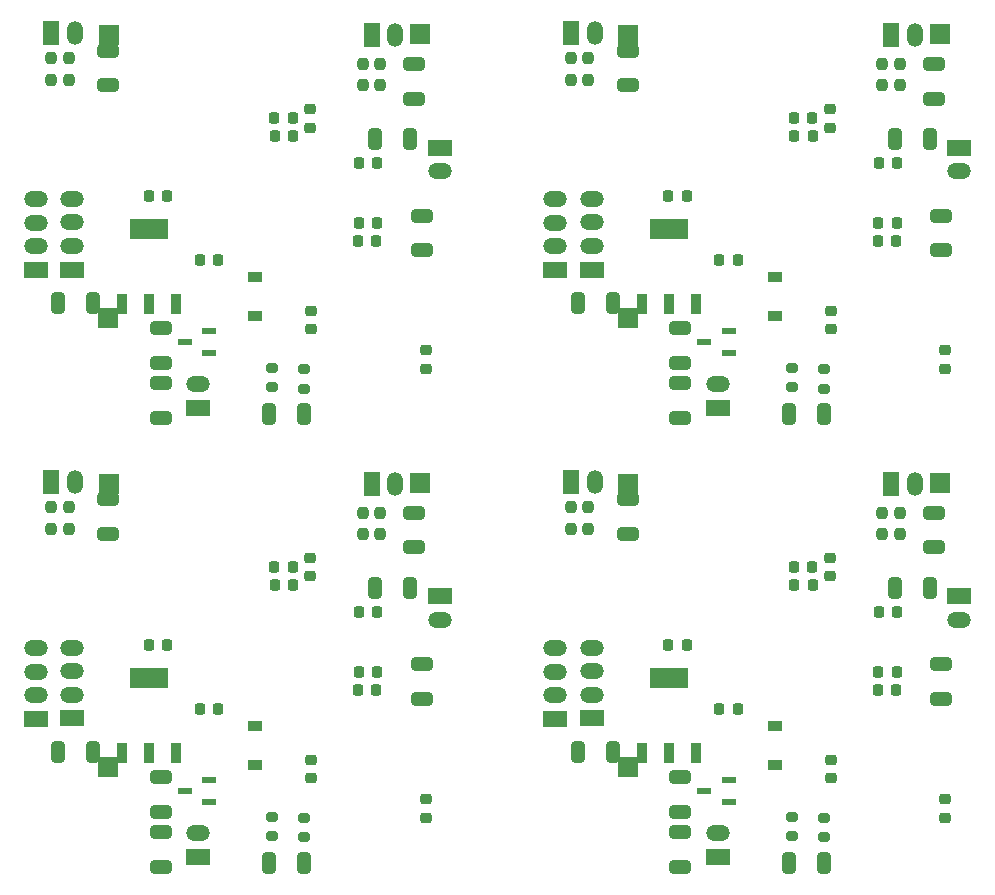
<source format=gbr>
%TF.GenerationSoftware,KiCad,Pcbnew,(6.0.4)*%
%TF.CreationDate,2022-09-20T15:17:21+09:00*%
%TF.ProjectId,mainboard_p_rev3,6d61696e-626f-4617-9264-5f705f726576,rev?*%
%TF.SameCoordinates,Original*%
%TF.FileFunction,Paste,Bot*%
%TF.FilePolarity,Positive*%
%FSLAX46Y46*%
G04 Gerber Fmt 4.6, Leading zero omitted, Abs format (unit mm)*
G04 Created by KiCad (PCBNEW (6.0.4)) date 2022-09-20 15:17:21*
%MOMM*%
%LPD*%
G01*
G04 APERTURE LIST*
G04 Aperture macros list*
%AMRoundRect*
0 Rectangle with rounded corners*
0 $1 Rounding radius*
0 $2 $3 $4 $5 $6 $7 $8 $9 X,Y pos of 4 corners*
0 Add a 4 corners polygon primitive as box body*
4,1,4,$2,$3,$4,$5,$6,$7,$8,$9,$2,$3,0*
0 Add four circle primitives for the rounded corners*
1,1,$1+$1,$2,$3*
1,1,$1+$1,$4,$5*
1,1,$1+$1,$6,$7*
1,1,$1+$1,$8,$9*
0 Add four rect primitives between the rounded corners*
20,1,$1+$1,$2,$3,$4,$5,0*
20,1,$1+$1,$4,$5,$6,$7,0*
20,1,$1+$1,$6,$7,$8,$9,0*
20,1,$1+$1,$8,$9,$2,$3,0*%
G04 Aperture macros list end*
%ADD10R,2.000000X1.350000*%
%ADD11O,2.000000X1.350000*%
%ADD12RoundRect,0.225000X-0.225000X-0.250000X0.225000X-0.250000X0.225000X0.250000X-0.225000X0.250000X0*%
%ADD13RoundRect,0.237500X0.237500X-0.250000X0.237500X0.250000X-0.237500X0.250000X-0.237500X-0.250000X0*%
%ADD14RoundRect,0.250000X-0.650000X0.325000X-0.650000X-0.325000X0.650000X-0.325000X0.650000X0.325000X0*%
%ADD15RoundRect,0.200000X-0.275000X0.200000X-0.275000X-0.200000X0.275000X-0.200000X0.275000X0.200000X0*%
%ADD16RoundRect,0.225000X-0.250000X0.225000X-0.250000X-0.225000X0.250000X-0.225000X0.250000X0.225000X0*%
%ADD17RoundRect,0.250000X0.325000X0.650000X-0.325000X0.650000X-0.325000X-0.650000X0.325000X-0.650000X0*%
%ADD18R,1.350000X2.000000*%
%ADD19O,1.350000X2.000000*%
%ADD20RoundRect,0.250000X0.650000X-0.325000X0.650000X0.325000X-0.650000X0.325000X-0.650000X-0.325000X0*%
%ADD21RoundRect,0.225000X0.250000X-0.225000X0.250000X0.225000X-0.250000X0.225000X-0.250000X-0.225000X0*%
%ADD22R,1.700000X1.700000*%
%ADD23RoundRect,0.225000X0.225000X0.250000X-0.225000X0.250000X-0.225000X-0.250000X0.225000X-0.250000X0*%
%ADD24R,1.200000X0.900000*%
%ADD25RoundRect,0.250000X-0.325000X-0.650000X0.325000X-0.650000X0.325000X0.650000X-0.325000X0.650000X0*%
%ADD26R,1.300000X0.600000*%
%ADD27R,0.950000X1.750000*%
%ADD28R,3.200000X1.750000*%
G04 APERTURE END LIST*
D10*
%TO.C,J32*%
X176166600Y-109129400D03*
D11*
X176166600Y-111129400D03*
%TD*%
D12*
%TO.C,R81*%
X151541000Y-113228200D03*
X153091000Y-113228200D03*
%TD*%
D10*
%TO.C,J28*%
X141952800Y-119500000D03*
D11*
X141952800Y-117500000D03*
X141952800Y-115500000D03*
X141952800Y-113500000D03*
%TD*%
D13*
%TO.C,R89*%
X169638800Y-103853700D03*
X169638800Y-102028700D03*
%TD*%
D14*
%TO.C,C95*%
X174007600Y-102025000D03*
X174007600Y-104975000D03*
%TD*%
D13*
%TO.C,R90*%
X143299000Y-103396500D03*
X143299000Y-101571500D03*
%TD*%
D15*
%TO.C,R86*%
X162000000Y-127775000D03*
X162000000Y-129425000D03*
%TD*%
D16*
%TO.C,C98*%
X174972800Y-126296200D03*
X174972800Y-127846200D03*
%TD*%
D17*
%TO.C,C109*%
X146806000Y-122296000D03*
X143856000Y-122296000D03*
%TD*%
D18*
%TO.C,M8*%
X143289600Y-99410600D03*
D19*
X145289600Y-99410600D03*
%TD*%
D20*
%TO.C,C108*%
X152544600Y-132026000D03*
X152544600Y-129076000D03*
%TD*%
D14*
%TO.C,C113*%
X174642600Y-114875600D03*
X174642600Y-117825600D03*
%TD*%
D12*
%TO.C,C96*%
X169270200Y-117063600D03*
X170820200Y-117063600D03*
%TD*%
D21*
%TO.C,C92*%
X165193800Y-107437000D03*
X165193800Y-105887000D03*
%TD*%
D22*
%TO.C,REF\u002A\u002A17*%
X148150400Y-99588400D03*
%TD*%
D18*
%TO.C,M7*%
X170406400Y-99613800D03*
D19*
X172406400Y-99613800D03*
%TD*%
D15*
%TO.C,R85*%
X164700000Y-127875000D03*
X164700000Y-129525000D03*
%TD*%
D23*
%TO.C,C93*%
X163759000Y-108122800D03*
X162209000Y-108122800D03*
%TD*%
D21*
%TO.C,C101*%
X165295400Y-124518800D03*
X165295400Y-122968800D03*
%TD*%
D24*
%TO.C,D7*%
X160545600Y-120087200D03*
X160545600Y-123387200D03*
%TD*%
D12*
%TO.C,C99*%
X155859000Y-118663800D03*
X157409000Y-118663800D03*
%TD*%
D25*
%TO.C,C107*%
X161725000Y-131700000D03*
X164675000Y-131700000D03*
%TD*%
D26*
%TO.C,Q12*%
X156678200Y-124648000D03*
X156678200Y-126548000D03*
X154578200Y-125598000D03*
%TD*%
D27*
%TO.C,IC14*%
X153879400Y-122347200D03*
X151579400Y-122347200D03*
X149279400Y-122347200D03*
D28*
X151579400Y-116047200D03*
%TD*%
D13*
%TO.C,R87*%
X171137400Y-103853700D03*
X171137400Y-102028700D03*
%TD*%
D12*
%TO.C,C103*%
X169346400Y-110434200D03*
X170896400Y-110434200D03*
%TD*%
%TO.C,R76*%
X169321000Y-115539600D03*
X170871000Y-115539600D03*
%TD*%
D10*
%TO.C,J29*%
X145077000Y-119454000D03*
D11*
X145077000Y-117454000D03*
X145077000Y-115454000D03*
X145077000Y-113454000D03*
%TD*%
D10*
%TO.C,J27*%
X155745000Y-131170000D03*
D11*
X155745000Y-129170000D03*
%TD*%
D25*
%TO.C,C116*%
X170729200Y-108376800D03*
X173679200Y-108376800D03*
%TD*%
D23*
%TO.C,C105*%
X163733600Y-106649600D03*
X162183600Y-106649600D03*
%TD*%
D14*
%TO.C,C110*%
X152544600Y-124427800D03*
X152544600Y-127377800D03*
%TD*%
%TO.C,C112*%
X148099600Y-100907400D03*
X148099600Y-103857400D03*
%TD*%
D22*
%TO.C,REF\u002A\u002A18*%
X174500000Y-99500000D03*
%TD*%
D13*
%TO.C,R88*%
X144772200Y-103396500D03*
X144772200Y-101571500D03*
%TD*%
D22*
%TO.C,6*%
X148125000Y-123591400D03*
%TD*%
D10*
%TO.C,J24*%
X132166600Y-109129400D03*
D11*
X132166600Y-111129400D03*
%TD*%
D12*
%TO.C,R58*%
X107541000Y-113228200D03*
X109091000Y-113228200D03*
%TD*%
D10*
%TO.C,J20*%
X97952800Y-119500000D03*
D11*
X97952800Y-117500000D03*
X97952800Y-115500000D03*
X97952800Y-113500000D03*
%TD*%
D13*
%TO.C,R66*%
X125638800Y-103853700D03*
X125638800Y-102028700D03*
%TD*%
D14*
%TO.C,C65*%
X130007600Y-102025000D03*
X130007600Y-104975000D03*
%TD*%
D13*
%TO.C,R67*%
X99299000Y-103396500D03*
X99299000Y-101571500D03*
%TD*%
D15*
%TO.C,R63*%
X118000000Y-127775000D03*
X118000000Y-129425000D03*
%TD*%
D16*
%TO.C,C68*%
X130972800Y-126296200D03*
X130972800Y-127846200D03*
%TD*%
D17*
%TO.C,C79*%
X102806000Y-122296000D03*
X99856000Y-122296000D03*
%TD*%
D18*
%TO.C,M6*%
X99289600Y-99410600D03*
D19*
X101289600Y-99410600D03*
%TD*%
D20*
%TO.C,C78*%
X108544600Y-132026000D03*
X108544600Y-129076000D03*
%TD*%
D14*
%TO.C,C83*%
X130642600Y-114875600D03*
X130642600Y-117825600D03*
%TD*%
D12*
%TO.C,C66*%
X125270200Y-117063600D03*
X126820200Y-117063600D03*
%TD*%
D21*
%TO.C,C62*%
X121193800Y-107437000D03*
X121193800Y-105887000D03*
%TD*%
D22*
%TO.C,REF\u002A\u002A11*%
X104150400Y-99588400D03*
%TD*%
D18*
%TO.C,M5*%
X126406400Y-99613800D03*
D19*
X128406400Y-99613800D03*
%TD*%
D15*
%TO.C,R62*%
X120700000Y-127875000D03*
X120700000Y-129525000D03*
%TD*%
D23*
%TO.C,C63*%
X119759000Y-108122800D03*
X118209000Y-108122800D03*
%TD*%
D21*
%TO.C,C71*%
X121295400Y-124518800D03*
X121295400Y-122968800D03*
%TD*%
D24*
%TO.C,D5*%
X116545600Y-120087200D03*
X116545600Y-123387200D03*
%TD*%
D12*
%TO.C,C69*%
X111859000Y-118663800D03*
X113409000Y-118663800D03*
%TD*%
D25*
%TO.C,C77*%
X117725000Y-131700000D03*
X120675000Y-131700000D03*
%TD*%
D26*
%TO.C,Q9*%
X112678200Y-124648000D03*
X112678200Y-126548000D03*
X110578200Y-125598000D03*
%TD*%
D27*
%TO.C,IC6*%
X109879400Y-122347200D03*
X107579400Y-122347200D03*
X105279400Y-122347200D03*
D28*
X107579400Y-116047200D03*
%TD*%
D13*
%TO.C,R64*%
X127137400Y-103853700D03*
X127137400Y-102028700D03*
%TD*%
D12*
%TO.C,C73*%
X125346400Y-110434200D03*
X126896400Y-110434200D03*
%TD*%
%TO.C,R53*%
X125321000Y-115539600D03*
X126871000Y-115539600D03*
%TD*%
D10*
%TO.C,J21*%
X101077000Y-119454000D03*
D11*
X101077000Y-117454000D03*
X101077000Y-115454000D03*
X101077000Y-113454000D03*
%TD*%
D10*
%TO.C,J19*%
X111745000Y-131170000D03*
D11*
X111745000Y-129170000D03*
%TD*%
D25*
%TO.C,C86*%
X126729200Y-108376800D03*
X129679200Y-108376800D03*
%TD*%
D23*
%TO.C,C75*%
X119733600Y-106649600D03*
X118183600Y-106649600D03*
%TD*%
D14*
%TO.C,C80*%
X108544600Y-124427800D03*
X108544600Y-127377800D03*
%TD*%
%TO.C,C82*%
X104099600Y-100907400D03*
X104099600Y-103857400D03*
%TD*%
D22*
%TO.C,REF\u002A\u002A12*%
X130500000Y-99500000D03*
%TD*%
D13*
%TO.C,R65*%
X100772200Y-103396500D03*
X100772200Y-101571500D03*
%TD*%
D22*
%TO.C,4*%
X104125000Y-123591400D03*
%TD*%
D10*
%TO.C,J16*%
X176166600Y-71129400D03*
D11*
X176166600Y-73129400D03*
%TD*%
D12*
%TO.C,R35*%
X151541000Y-75228200D03*
X153091000Y-75228200D03*
%TD*%
D10*
%TO.C,J12*%
X141952800Y-81500000D03*
D11*
X141952800Y-79500000D03*
X141952800Y-77500000D03*
X141952800Y-75500000D03*
%TD*%
D13*
%TO.C,R43*%
X169638800Y-65853700D03*
X169638800Y-64028700D03*
%TD*%
D14*
%TO.C,C29*%
X174007600Y-64025000D03*
X174007600Y-66975000D03*
%TD*%
D13*
%TO.C,R44*%
X143299000Y-65396500D03*
X143299000Y-63571500D03*
%TD*%
D15*
%TO.C,R40*%
X162000000Y-89775000D03*
X162000000Y-91425000D03*
%TD*%
D16*
%TO.C,C38*%
X174972800Y-88296200D03*
X174972800Y-89846200D03*
%TD*%
D17*
%TO.C,C49*%
X146806000Y-84296000D03*
X143856000Y-84296000D03*
%TD*%
D18*
%TO.C,M4*%
X143289600Y-61410600D03*
D19*
X145289600Y-61410600D03*
%TD*%
D20*
%TO.C,C48*%
X152544600Y-94026000D03*
X152544600Y-91076000D03*
%TD*%
D14*
%TO.C,C53*%
X174642600Y-76875600D03*
X174642600Y-79825600D03*
%TD*%
D12*
%TO.C,C31*%
X169270200Y-79063600D03*
X170820200Y-79063600D03*
%TD*%
D21*
%TO.C,C25*%
X165193800Y-69437000D03*
X165193800Y-67887000D03*
%TD*%
D22*
%TO.C,REF\u002A\u002A5*%
X148150400Y-61588400D03*
%TD*%
D18*
%TO.C,M3*%
X170406400Y-61613800D03*
D19*
X172406400Y-61613800D03*
%TD*%
D15*
%TO.C,R39*%
X164700000Y-89875000D03*
X164700000Y-91525000D03*
%TD*%
D23*
%TO.C,C27*%
X163759000Y-70122800D03*
X162209000Y-70122800D03*
%TD*%
D21*
%TO.C,C41*%
X165295400Y-86518800D03*
X165295400Y-84968800D03*
%TD*%
D24*
%TO.C,D2*%
X160545600Y-82087200D03*
X160545600Y-85387200D03*
%TD*%
D12*
%TO.C,C39*%
X155859000Y-80663800D03*
X157409000Y-80663800D03*
%TD*%
D25*
%TO.C,C47*%
X161725000Y-93700000D03*
X164675000Y-93700000D03*
%TD*%
D26*
%TO.C,Q8*%
X156678200Y-86648000D03*
X156678200Y-88548000D03*
X154578200Y-87598000D03*
%TD*%
D27*
%TO.C,IC4*%
X153879400Y-84347200D03*
X151579400Y-84347200D03*
X149279400Y-84347200D03*
D28*
X151579400Y-78047200D03*
%TD*%
D13*
%TO.C,R41*%
X171137400Y-65853700D03*
X171137400Y-64028700D03*
%TD*%
D12*
%TO.C,C43*%
X169346400Y-72434200D03*
X170896400Y-72434200D03*
%TD*%
%TO.C,R30*%
X169321000Y-77539600D03*
X170871000Y-77539600D03*
%TD*%
D10*
%TO.C,J13*%
X145077000Y-81454000D03*
D11*
X145077000Y-79454000D03*
X145077000Y-77454000D03*
X145077000Y-75454000D03*
%TD*%
D10*
%TO.C,J9*%
X155745000Y-93170000D03*
D11*
X155745000Y-91170000D03*
%TD*%
D25*
%TO.C,C56*%
X170729200Y-70376800D03*
X173679200Y-70376800D03*
%TD*%
D23*
%TO.C,C45*%
X163733600Y-68649600D03*
X162183600Y-68649600D03*
%TD*%
D14*
%TO.C,C50*%
X152544600Y-86427800D03*
X152544600Y-89377800D03*
%TD*%
%TO.C,C52*%
X148099600Y-62907400D03*
X148099600Y-65857400D03*
%TD*%
D22*
%TO.C,REF\u002A\u002A6*%
X174500000Y-61500000D03*
%TD*%
D13*
%TO.C,R42*%
X144772200Y-65396500D03*
X144772200Y-63571500D03*
%TD*%
D22*
%TO.C,2*%
X148125000Y-85591400D03*
%TD*%
%TO.C,*%
X104125000Y-85591400D03*
%TD*%
D25*
%TO.C,C33*%
X126729200Y-70376800D03*
X129679200Y-70376800D03*
%TD*%
D14*
%TO.C,C22*%
X104099600Y-62907400D03*
X104099600Y-65857400D03*
%TD*%
D24*
%TO.C,D1*%
X116545600Y-82087200D03*
X116545600Y-85387200D03*
%TD*%
D14*
%TO.C,C20*%
X108544600Y-86427800D03*
X108544600Y-89377800D03*
%TD*%
D23*
%TO.C,C15*%
X119733600Y-68649600D03*
X118183600Y-68649600D03*
%TD*%
D10*
%TO.C,J4*%
X111745000Y-93170000D03*
D11*
X111745000Y-91170000D03*
%TD*%
D10*
%TO.C,J6*%
X101077000Y-81454000D03*
D11*
X101077000Y-79454000D03*
X101077000Y-77454000D03*
X101077000Y-75454000D03*
%TD*%
D12*
%TO.C,C9*%
X111859000Y-80663800D03*
X113409000Y-80663800D03*
%TD*%
%TO.C,R7*%
X125321000Y-77539600D03*
X126871000Y-77539600D03*
%TD*%
%TO.C,C13*%
X125346400Y-72434200D03*
X126896400Y-72434200D03*
%TD*%
D13*
%TO.C,R18*%
X127137400Y-65853700D03*
X127137400Y-64028700D03*
%TD*%
D27*
%TO.C,IC2*%
X109879400Y-84347200D03*
X107579400Y-84347200D03*
X105279400Y-84347200D03*
D28*
X107579400Y-78047200D03*
%TD*%
D26*
%TO.C,Q7*%
X112678200Y-86648000D03*
X112678200Y-88548000D03*
X110578200Y-87598000D03*
%TD*%
D25*
%TO.C,C17*%
X117725000Y-93700000D03*
X120675000Y-93700000D03*
%TD*%
D13*
%TO.C,R19*%
X100772200Y-65396500D03*
X100772200Y-63571500D03*
%TD*%
D22*
%TO.C,REF\u002A\u002A*%
X130500000Y-61500000D03*
%TD*%
D12*
%TO.C,C6*%
X125270200Y-79063600D03*
X126820200Y-79063600D03*
%TD*%
D15*
%TO.C,R17*%
X118000000Y-89775000D03*
X118000000Y-91425000D03*
%TD*%
%TO.C,R16*%
X120700000Y-89875000D03*
X120700000Y-91525000D03*
%TD*%
D18*
%TO.C,M2*%
X99289600Y-61410600D03*
D19*
X101289600Y-61410600D03*
%TD*%
D10*
%TO.C,J5*%
X97952800Y-81500000D03*
D11*
X97952800Y-79500000D03*
X97952800Y-77500000D03*
X97952800Y-75500000D03*
%TD*%
D14*
%TO.C,C23*%
X130642600Y-76875600D03*
X130642600Y-79825600D03*
%TD*%
D16*
%TO.C,C8*%
X130972800Y-88296200D03*
X130972800Y-89846200D03*
%TD*%
D12*
%TO.C,R12*%
X107541000Y-75228200D03*
X109091000Y-75228200D03*
%TD*%
D20*
%TO.C,C18*%
X108544600Y-94026000D03*
X108544600Y-91076000D03*
%TD*%
D17*
%TO.C,C19*%
X102806000Y-84296000D03*
X99856000Y-84296000D03*
%TD*%
D13*
%TO.C,R20*%
X125638800Y-65853700D03*
X125638800Y-64028700D03*
%TD*%
D22*
%TO.C,REF\u002A\u002A*%
X104150400Y-61588400D03*
%TD*%
D14*
%TO.C,C5*%
X130007600Y-64025000D03*
X130007600Y-66975000D03*
%TD*%
D18*
%TO.C,M1*%
X126406400Y-61613800D03*
D19*
X128406400Y-61613800D03*
%TD*%
D13*
%TO.C,R21*%
X99299000Y-65396500D03*
X99299000Y-63571500D03*
%TD*%
D10*
%TO.C,J11*%
X132166600Y-71129400D03*
D11*
X132166600Y-73129400D03*
%TD*%
D21*
%TO.C,C11*%
X121295400Y-86518800D03*
X121295400Y-84968800D03*
%TD*%
D23*
%TO.C,C3*%
X119759000Y-70122800D03*
X118209000Y-70122800D03*
%TD*%
D21*
%TO.C,C2*%
X121193800Y-69437000D03*
X121193800Y-67887000D03*
%TD*%
M02*

</source>
